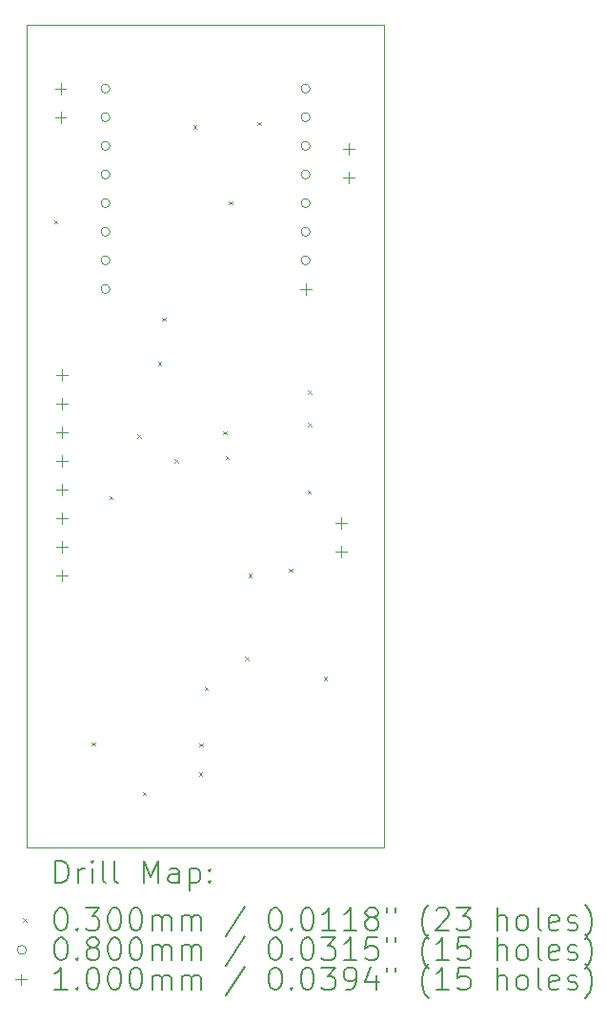
<source format=gbr>
%TF.GenerationSoftware,KiCad,Pcbnew,9.0.4*%
%TF.CreationDate,2025-12-03T04:44:15+11:00*%
%TF.ProjectId,opensenceesp32,6f70656e-7365-46e6-9365-65737033322e,rev?*%
%TF.SameCoordinates,Original*%
%TF.FileFunction,Drillmap*%
%TF.FilePolarity,Positive*%
%FSLAX45Y45*%
G04 Gerber Fmt 4.5, Leading zero omitted, Abs format (unit mm)*
G04 Created by KiCad (PCBNEW 9.0.4) date 2025-12-03 04:44:15*
%MOMM*%
%LPD*%
G01*
G04 APERTURE LIST*
%ADD10C,0.050000*%
%ADD11C,0.200000*%
%ADD12C,0.100000*%
G04 APERTURE END LIST*
D10*
X21463000Y-5842000D02*
X21463000Y-13144500D01*
X24638000Y-13144499D02*
X24638000Y-5842000D01*
X24638000Y-5842000D02*
X21463000Y-5842000D01*
X21463000Y-13144500D02*
X24638000Y-13144500D01*
D11*
D12*
X21707080Y-7579600D02*
X21737080Y-7609600D01*
X21737080Y-7579600D02*
X21707080Y-7609600D01*
X22042360Y-12207480D02*
X22072360Y-12237480D01*
X22072360Y-12207480D02*
X22042360Y-12237480D01*
X22199840Y-10023080D02*
X22229840Y-10053080D01*
X22229840Y-10023080D02*
X22199840Y-10053080D01*
X22448760Y-9479520D02*
X22478760Y-9509520D01*
X22478760Y-9479520D02*
X22448760Y-9509520D01*
X22494480Y-12649440D02*
X22524480Y-12679440D01*
X22524480Y-12649440D02*
X22494480Y-12679440D01*
X22629100Y-8836900D02*
X22659100Y-8866900D01*
X22659100Y-8836900D02*
X22629100Y-8866900D01*
X22667200Y-8443200D02*
X22697200Y-8473200D01*
X22697200Y-8443200D02*
X22667200Y-8473200D01*
X22778960Y-9697960D02*
X22808960Y-9727960D01*
X22808960Y-9697960D02*
X22778960Y-9727960D01*
X22941520Y-6736320D02*
X22971520Y-6766320D01*
X22971520Y-6736320D02*
X22941520Y-6766320D01*
X22992320Y-12476720D02*
X23022320Y-12506720D01*
X23022320Y-12476720D02*
X22992320Y-12506720D01*
X22997400Y-12217640D02*
X23027400Y-12247640D01*
X23027400Y-12217640D02*
X22997400Y-12247640D01*
X23043120Y-11719800D02*
X23073120Y-11749800D01*
X23073120Y-11719800D02*
X23043120Y-11749800D01*
X23210760Y-9449040D02*
X23240760Y-9479040D01*
X23240760Y-9449040D02*
X23210760Y-9479040D01*
X23231080Y-9667480D02*
X23261080Y-9697480D01*
X23261080Y-9667480D02*
X23231080Y-9697480D01*
X23261560Y-7406880D02*
X23291560Y-7436880D01*
X23291560Y-7406880D02*
X23261560Y-7436880D01*
X23403800Y-11453100D02*
X23433800Y-11483100D01*
X23433800Y-11453100D02*
X23403800Y-11483100D01*
X23434280Y-10713960D02*
X23464280Y-10743960D01*
X23464280Y-10713960D02*
X23434280Y-10743960D01*
X23515560Y-6705840D02*
X23545560Y-6735840D01*
X23545560Y-6705840D02*
X23515560Y-6735840D01*
X23794960Y-10668240D02*
X23824960Y-10698240D01*
X23824960Y-10668240D02*
X23794960Y-10698240D01*
X23957520Y-9972280D02*
X23987520Y-10002280D01*
X23987520Y-9972280D02*
X23957520Y-10002280D01*
X23962600Y-9088360D02*
X23992600Y-9118360D01*
X23992600Y-9088360D02*
X23962600Y-9118360D01*
X23962600Y-9377920D02*
X23992600Y-9407920D01*
X23992600Y-9377920D02*
X23962600Y-9407920D01*
X24104840Y-11628360D02*
X24134840Y-11658360D01*
X24134840Y-11628360D02*
X24104840Y-11658360D01*
X22204040Y-6410960D02*
G75*
G02*
X22124040Y-6410960I-40000J0D01*
G01*
X22124040Y-6410960D02*
G75*
G02*
X22204040Y-6410960I40000J0D01*
G01*
X22204040Y-6664960D02*
G75*
G02*
X22124040Y-6664960I-40000J0D01*
G01*
X22124040Y-6664960D02*
G75*
G02*
X22204040Y-6664960I40000J0D01*
G01*
X22204040Y-6918960D02*
G75*
G02*
X22124040Y-6918960I-40000J0D01*
G01*
X22124040Y-6918960D02*
G75*
G02*
X22204040Y-6918960I40000J0D01*
G01*
X22204040Y-7172960D02*
G75*
G02*
X22124040Y-7172960I-40000J0D01*
G01*
X22124040Y-7172960D02*
G75*
G02*
X22204040Y-7172960I40000J0D01*
G01*
X22204040Y-7426960D02*
G75*
G02*
X22124040Y-7426960I-40000J0D01*
G01*
X22124040Y-7426960D02*
G75*
G02*
X22204040Y-7426960I40000J0D01*
G01*
X22204040Y-7680960D02*
G75*
G02*
X22124040Y-7680960I-40000J0D01*
G01*
X22124040Y-7680960D02*
G75*
G02*
X22204040Y-7680960I40000J0D01*
G01*
X22204040Y-7934960D02*
G75*
G02*
X22124040Y-7934960I-40000J0D01*
G01*
X22124040Y-7934960D02*
G75*
G02*
X22204040Y-7934960I40000J0D01*
G01*
X22204040Y-8188960D02*
G75*
G02*
X22124040Y-8188960I-40000J0D01*
G01*
X22124040Y-8188960D02*
G75*
G02*
X22204040Y-8188960I40000J0D01*
G01*
X23982040Y-6410960D02*
G75*
G02*
X23902040Y-6410960I-40000J0D01*
G01*
X23902040Y-6410960D02*
G75*
G02*
X23982040Y-6410960I40000J0D01*
G01*
X23982040Y-6664960D02*
G75*
G02*
X23902040Y-6664960I-40000J0D01*
G01*
X23902040Y-6664960D02*
G75*
G02*
X23982040Y-6664960I40000J0D01*
G01*
X23982040Y-6918960D02*
G75*
G02*
X23902040Y-6918960I-40000J0D01*
G01*
X23902040Y-6918960D02*
G75*
G02*
X23982040Y-6918960I40000J0D01*
G01*
X23982040Y-7172960D02*
G75*
G02*
X23902040Y-7172960I-40000J0D01*
G01*
X23902040Y-7172960D02*
G75*
G02*
X23982040Y-7172960I40000J0D01*
G01*
X23982040Y-7426960D02*
G75*
G02*
X23902040Y-7426960I-40000J0D01*
G01*
X23902040Y-7426960D02*
G75*
G02*
X23982040Y-7426960I40000J0D01*
G01*
X23982040Y-7680960D02*
G75*
G02*
X23902040Y-7680960I-40000J0D01*
G01*
X23902040Y-7680960D02*
G75*
G02*
X23982040Y-7680960I40000J0D01*
G01*
X23982040Y-7934960D02*
G75*
G02*
X23902040Y-7934960I-40000J0D01*
G01*
X23902040Y-7934960D02*
G75*
G02*
X23982040Y-7934960I40000J0D01*
G01*
X21765200Y-6358420D02*
X21765200Y-6458420D01*
X21715200Y-6408420D02*
X21815200Y-6408420D01*
X21765200Y-6612420D02*
X21765200Y-6712420D01*
X21715200Y-6662420D02*
X21815200Y-6662420D01*
X21780500Y-8903500D02*
X21780500Y-9003500D01*
X21730500Y-8953500D02*
X21830500Y-8953500D01*
X21780500Y-9157500D02*
X21780500Y-9257500D01*
X21730500Y-9207500D02*
X21830500Y-9207500D01*
X21780500Y-9411500D02*
X21780500Y-9511500D01*
X21730500Y-9461500D02*
X21830500Y-9461500D01*
X21780500Y-9665500D02*
X21780500Y-9765500D01*
X21730500Y-9715500D02*
X21830500Y-9715500D01*
X21780500Y-9919500D02*
X21780500Y-10019500D01*
X21730500Y-9969500D02*
X21830500Y-9969500D01*
X21780500Y-10173500D02*
X21780500Y-10273500D01*
X21730500Y-10223500D02*
X21830500Y-10223500D01*
X21780500Y-10427500D02*
X21780500Y-10527500D01*
X21730500Y-10477500D02*
X21830500Y-10477500D01*
X21780500Y-10681500D02*
X21780500Y-10781500D01*
X21730500Y-10731500D02*
X21830500Y-10731500D01*
X23942040Y-8138960D02*
X23942040Y-8238960D01*
X23892040Y-8188960D02*
X23992040Y-8188960D01*
X24257000Y-10211600D02*
X24257000Y-10311600D01*
X24207000Y-10261600D02*
X24307000Y-10261600D01*
X24257000Y-10465600D02*
X24257000Y-10565600D01*
X24207000Y-10515600D02*
X24307000Y-10515600D01*
X24325620Y-6897440D02*
X24325620Y-6997440D01*
X24275620Y-6947440D02*
X24375620Y-6947440D01*
X24325620Y-7151440D02*
X24325620Y-7251440D01*
X24275620Y-7201440D02*
X24375620Y-7201440D01*
D11*
X21721277Y-13458484D02*
X21721277Y-13258484D01*
X21721277Y-13258484D02*
X21768896Y-13258484D01*
X21768896Y-13258484D02*
X21797467Y-13268008D01*
X21797467Y-13268008D02*
X21816515Y-13287055D01*
X21816515Y-13287055D02*
X21826039Y-13306103D01*
X21826039Y-13306103D02*
X21835563Y-13344198D01*
X21835563Y-13344198D02*
X21835563Y-13372769D01*
X21835563Y-13372769D02*
X21826039Y-13410865D01*
X21826039Y-13410865D02*
X21816515Y-13429912D01*
X21816515Y-13429912D02*
X21797467Y-13448960D01*
X21797467Y-13448960D02*
X21768896Y-13458484D01*
X21768896Y-13458484D02*
X21721277Y-13458484D01*
X21921277Y-13458484D02*
X21921277Y-13325150D01*
X21921277Y-13363246D02*
X21930801Y-13344198D01*
X21930801Y-13344198D02*
X21940324Y-13334674D01*
X21940324Y-13334674D02*
X21959372Y-13325150D01*
X21959372Y-13325150D02*
X21978420Y-13325150D01*
X22045086Y-13458484D02*
X22045086Y-13325150D01*
X22045086Y-13258484D02*
X22035563Y-13268008D01*
X22035563Y-13268008D02*
X22045086Y-13277531D01*
X22045086Y-13277531D02*
X22054610Y-13268008D01*
X22054610Y-13268008D02*
X22045086Y-13258484D01*
X22045086Y-13258484D02*
X22045086Y-13277531D01*
X22168896Y-13458484D02*
X22149848Y-13448960D01*
X22149848Y-13448960D02*
X22140324Y-13429912D01*
X22140324Y-13429912D02*
X22140324Y-13258484D01*
X22273658Y-13458484D02*
X22254610Y-13448960D01*
X22254610Y-13448960D02*
X22245086Y-13429912D01*
X22245086Y-13429912D02*
X22245086Y-13258484D01*
X22502229Y-13458484D02*
X22502229Y-13258484D01*
X22502229Y-13258484D02*
X22568896Y-13401341D01*
X22568896Y-13401341D02*
X22635562Y-13258484D01*
X22635562Y-13258484D02*
X22635562Y-13458484D01*
X22816515Y-13458484D02*
X22816515Y-13353722D01*
X22816515Y-13353722D02*
X22806991Y-13334674D01*
X22806991Y-13334674D02*
X22787943Y-13325150D01*
X22787943Y-13325150D02*
X22749848Y-13325150D01*
X22749848Y-13325150D02*
X22730801Y-13334674D01*
X22816515Y-13448960D02*
X22797467Y-13458484D01*
X22797467Y-13458484D02*
X22749848Y-13458484D01*
X22749848Y-13458484D02*
X22730801Y-13448960D01*
X22730801Y-13448960D02*
X22721277Y-13429912D01*
X22721277Y-13429912D02*
X22721277Y-13410865D01*
X22721277Y-13410865D02*
X22730801Y-13391817D01*
X22730801Y-13391817D02*
X22749848Y-13382293D01*
X22749848Y-13382293D02*
X22797467Y-13382293D01*
X22797467Y-13382293D02*
X22816515Y-13372769D01*
X22911753Y-13325150D02*
X22911753Y-13525150D01*
X22911753Y-13334674D02*
X22930801Y-13325150D01*
X22930801Y-13325150D02*
X22968896Y-13325150D01*
X22968896Y-13325150D02*
X22987943Y-13334674D01*
X22987943Y-13334674D02*
X22997467Y-13344198D01*
X22997467Y-13344198D02*
X23006991Y-13363246D01*
X23006991Y-13363246D02*
X23006991Y-13420388D01*
X23006991Y-13420388D02*
X22997467Y-13439436D01*
X22997467Y-13439436D02*
X22987943Y-13448960D01*
X22987943Y-13448960D02*
X22968896Y-13458484D01*
X22968896Y-13458484D02*
X22930801Y-13458484D01*
X22930801Y-13458484D02*
X22911753Y-13448960D01*
X23092705Y-13439436D02*
X23102229Y-13448960D01*
X23102229Y-13448960D02*
X23092705Y-13458484D01*
X23092705Y-13458484D02*
X23083182Y-13448960D01*
X23083182Y-13448960D02*
X23092705Y-13439436D01*
X23092705Y-13439436D02*
X23092705Y-13458484D01*
X23092705Y-13334674D02*
X23102229Y-13344198D01*
X23102229Y-13344198D02*
X23092705Y-13353722D01*
X23092705Y-13353722D02*
X23083182Y-13344198D01*
X23083182Y-13344198D02*
X23092705Y-13334674D01*
X23092705Y-13334674D02*
X23092705Y-13353722D01*
D12*
X21430500Y-13772000D02*
X21460500Y-13802000D01*
X21460500Y-13772000D02*
X21430500Y-13802000D01*
D11*
X21759372Y-13678484D02*
X21778420Y-13678484D01*
X21778420Y-13678484D02*
X21797467Y-13688008D01*
X21797467Y-13688008D02*
X21806991Y-13697531D01*
X21806991Y-13697531D02*
X21816515Y-13716579D01*
X21816515Y-13716579D02*
X21826039Y-13754674D01*
X21826039Y-13754674D02*
X21826039Y-13802293D01*
X21826039Y-13802293D02*
X21816515Y-13840388D01*
X21816515Y-13840388D02*
X21806991Y-13859436D01*
X21806991Y-13859436D02*
X21797467Y-13868960D01*
X21797467Y-13868960D02*
X21778420Y-13878484D01*
X21778420Y-13878484D02*
X21759372Y-13878484D01*
X21759372Y-13878484D02*
X21740324Y-13868960D01*
X21740324Y-13868960D02*
X21730801Y-13859436D01*
X21730801Y-13859436D02*
X21721277Y-13840388D01*
X21721277Y-13840388D02*
X21711753Y-13802293D01*
X21711753Y-13802293D02*
X21711753Y-13754674D01*
X21711753Y-13754674D02*
X21721277Y-13716579D01*
X21721277Y-13716579D02*
X21730801Y-13697531D01*
X21730801Y-13697531D02*
X21740324Y-13688008D01*
X21740324Y-13688008D02*
X21759372Y-13678484D01*
X21911753Y-13859436D02*
X21921277Y-13868960D01*
X21921277Y-13868960D02*
X21911753Y-13878484D01*
X21911753Y-13878484D02*
X21902229Y-13868960D01*
X21902229Y-13868960D02*
X21911753Y-13859436D01*
X21911753Y-13859436D02*
X21911753Y-13878484D01*
X21987944Y-13678484D02*
X22111753Y-13678484D01*
X22111753Y-13678484D02*
X22045086Y-13754674D01*
X22045086Y-13754674D02*
X22073658Y-13754674D01*
X22073658Y-13754674D02*
X22092705Y-13764198D01*
X22092705Y-13764198D02*
X22102229Y-13773722D01*
X22102229Y-13773722D02*
X22111753Y-13792769D01*
X22111753Y-13792769D02*
X22111753Y-13840388D01*
X22111753Y-13840388D02*
X22102229Y-13859436D01*
X22102229Y-13859436D02*
X22092705Y-13868960D01*
X22092705Y-13868960D02*
X22073658Y-13878484D01*
X22073658Y-13878484D02*
X22016515Y-13878484D01*
X22016515Y-13878484D02*
X21997467Y-13868960D01*
X21997467Y-13868960D02*
X21987944Y-13859436D01*
X22235563Y-13678484D02*
X22254610Y-13678484D01*
X22254610Y-13678484D02*
X22273658Y-13688008D01*
X22273658Y-13688008D02*
X22283182Y-13697531D01*
X22283182Y-13697531D02*
X22292705Y-13716579D01*
X22292705Y-13716579D02*
X22302229Y-13754674D01*
X22302229Y-13754674D02*
X22302229Y-13802293D01*
X22302229Y-13802293D02*
X22292705Y-13840388D01*
X22292705Y-13840388D02*
X22283182Y-13859436D01*
X22283182Y-13859436D02*
X22273658Y-13868960D01*
X22273658Y-13868960D02*
X22254610Y-13878484D01*
X22254610Y-13878484D02*
X22235563Y-13878484D01*
X22235563Y-13878484D02*
X22216515Y-13868960D01*
X22216515Y-13868960D02*
X22206991Y-13859436D01*
X22206991Y-13859436D02*
X22197467Y-13840388D01*
X22197467Y-13840388D02*
X22187944Y-13802293D01*
X22187944Y-13802293D02*
X22187944Y-13754674D01*
X22187944Y-13754674D02*
X22197467Y-13716579D01*
X22197467Y-13716579D02*
X22206991Y-13697531D01*
X22206991Y-13697531D02*
X22216515Y-13688008D01*
X22216515Y-13688008D02*
X22235563Y-13678484D01*
X22426039Y-13678484D02*
X22445086Y-13678484D01*
X22445086Y-13678484D02*
X22464134Y-13688008D01*
X22464134Y-13688008D02*
X22473658Y-13697531D01*
X22473658Y-13697531D02*
X22483182Y-13716579D01*
X22483182Y-13716579D02*
X22492705Y-13754674D01*
X22492705Y-13754674D02*
X22492705Y-13802293D01*
X22492705Y-13802293D02*
X22483182Y-13840388D01*
X22483182Y-13840388D02*
X22473658Y-13859436D01*
X22473658Y-13859436D02*
X22464134Y-13868960D01*
X22464134Y-13868960D02*
X22445086Y-13878484D01*
X22445086Y-13878484D02*
X22426039Y-13878484D01*
X22426039Y-13878484D02*
X22406991Y-13868960D01*
X22406991Y-13868960D02*
X22397467Y-13859436D01*
X22397467Y-13859436D02*
X22387943Y-13840388D01*
X22387943Y-13840388D02*
X22378420Y-13802293D01*
X22378420Y-13802293D02*
X22378420Y-13754674D01*
X22378420Y-13754674D02*
X22387943Y-13716579D01*
X22387943Y-13716579D02*
X22397467Y-13697531D01*
X22397467Y-13697531D02*
X22406991Y-13688008D01*
X22406991Y-13688008D02*
X22426039Y-13678484D01*
X22578420Y-13878484D02*
X22578420Y-13745150D01*
X22578420Y-13764198D02*
X22587943Y-13754674D01*
X22587943Y-13754674D02*
X22606991Y-13745150D01*
X22606991Y-13745150D02*
X22635563Y-13745150D01*
X22635563Y-13745150D02*
X22654610Y-13754674D01*
X22654610Y-13754674D02*
X22664134Y-13773722D01*
X22664134Y-13773722D02*
X22664134Y-13878484D01*
X22664134Y-13773722D02*
X22673658Y-13754674D01*
X22673658Y-13754674D02*
X22692705Y-13745150D01*
X22692705Y-13745150D02*
X22721277Y-13745150D01*
X22721277Y-13745150D02*
X22740324Y-13754674D01*
X22740324Y-13754674D02*
X22749848Y-13773722D01*
X22749848Y-13773722D02*
X22749848Y-13878484D01*
X22845086Y-13878484D02*
X22845086Y-13745150D01*
X22845086Y-13764198D02*
X22854610Y-13754674D01*
X22854610Y-13754674D02*
X22873658Y-13745150D01*
X22873658Y-13745150D02*
X22902229Y-13745150D01*
X22902229Y-13745150D02*
X22921277Y-13754674D01*
X22921277Y-13754674D02*
X22930801Y-13773722D01*
X22930801Y-13773722D02*
X22930801Y-13878484D01*
X22930801Y-13773722D02*
X22940324Y-13754674D01*
X22940324Y-13754674D02*
X22959372Y-13745150D01*
X22959372Y-13745150D02*
X22987943Y-13745150D01*
X22987943Y-13745150D02*
X23006991Y-13754674D01*
X23006991Y-13754674D02*
X23016515Y-13773722D01*
X23016515Y-13773722D02*
X23016515Y-13878484D01*
X23406991Y-13668960D02*
X23235563Y-13926103D01*
X23664134Y-13678484D02*
X23683182Y-13678484D01*
X23683182Y-13678484D02*
X23702229Y-13688008D01*
X23702229Y-13688008D02*
X23711753Y-13697531D01*
X23711753Y-13697531D02*
X23721277Y-13716579D01*
X23721277Y-13716579D02*
X23730801Y-13754674D01*
X23730801Y-13754674D02*
X23730801Y-13802293D01*
X23730801Y-13802293D02*
X23721277Y-13840388D01*
X23721277Y-13840388D02*
X23711753Y-13859436D01*
X23711753Y-13859436D02*
X23702229Y-13868960D01*
X23702229Y-13868960D02*
X23683182Y-13878484D01*
X23683182Y-13878484D02*
X23664134Y-13878484D01*
X23664134Y-13878484D02*
X23645086Y-13868960D01*
X23645086Y-13868960D02*
X23635563Y-13859436D01*
X23635563Y-13859436D02*
X23626039Y-13840388D01*
X23626039Y-13840388D02*
X23616515Y-13802293D01*
X23616515Y-13802293D02*
X23616515Y-13754674D01*
X23616515Y-13754674D02*
X23626039Y-13716579D01*
X23626039Y-13716579D02*
X23635563Y-13697531D01*
X23635563Y-13697531D02*
X23645086Y-13688008D01*
X23645086Y-13688008D02*
X23664134Y-13678484D01*
X23816515Y-13859436D02*
X23826039Y-13868960D01*
X23826039Y-13868960D02*
X23816515Y-13878484D01*
X23816515Y-13878484D02*
X23806991Y-13868960D01*
X23806991Y-13868960D02*
X23816515Y-13859436D01*
X23816515Y-13859436D02*
X23816515Y-13878484D01*
X23949848Y-13678484D02*
X23968896Y-13678484D01*
X23968896Y-13678484D02*
X23987944Y-13688008D01*
X23987944Y-13688008D02*
X23997467Y-13697531D01*
X23997467Y-13697531D02*
X24006991Y-13716579D01*
X24006991Y-13716579D02*
X24016515Y-13754674D01*
X24016515Y-13754674D02*
X24016515Y-13802293D01*
X24016515Y-13802293D02*
X24006991Y-13840388D01*
X24006991Y-13840388D02*
X23997467Y-13859436D01*
X23997467Y-13859436D02*
X23987944Y-13868960D01*
X23987944Y-13868960D02*
X23968896Y-13878484D01*
X23968896Y-13878484D02*
X23949848Y-13878484D01*
X23949848Y-13878484D02*
X23930801Y-13868960D01*
X23930801Y-13868960D02*
X23921277Y-13859436D01*
X23921277Y-13859436D02*
X23911753Y-13840388D01*
X23911753Y-13840388D02*
X23902229Y-13802293D01*
X23902229Y-13802293D02*
X23902229Y-13754674D01*
X23902229Y-13754674D02*
X23911753Y-13716579D01*
X23911753Y-13716579D02*
X23921277Y-13697531D01*
X23921277Y-13697531D02*
X23930801Y-13688008D01*
X23930801Y-13688008D02*
X23949848Y-13678484D01*
X24206991Y-13878484D02*
X24092706Y-13878484D01*
X24149848Y-13878484D02*
X24149848Y-13678484D01*
X24149848Y-13678484D02*
X24130801Y-13707055D01*
X24130801Y-13707055D02*
X24111753Y-13726103D01*
X24111753Y-13726103D02*
X24092706Y-13735627D01*
X24397467Y-13878484D02*
X24283182Y-13878484D01*
X24340325Y-13878484D02*
X24340325Y-13678484D01*
X24340325Y-13678484D02*
X24321277Y-13707055D01*
X24321277Y-13707055D02*
X24302229Y-13726103D01*
X24302229Y-13726103D02*
X24283182Y-13735627D01*
X24511753Y-13764198D02*
X24492706Y-13754674D01*
X24492706Y-13754674D02*
X24483182Y-13745150D01*
X24483182Y-13745150D02*
X24473658Y-13726103D01*
X24473658Y-13726103D02*
X24473658Y-13716579D01*
X24473658Y-13716579D02*
X24483182Y-13697531D01*
X24483182Y-13697531D02*
X24492706Y-13688008D01*
X24492706Y-13688008D02*
X24511753Y-13678484D01*
X24511753Y-13678484D02*
X24549848Y-13678484D01*
X24549848Y-13678484D02*
X24568896Y-13688008D01*
X24568896Y-13688008D02*
X24578420Y-13697531D01*
X24578420Y-13697531D02*
X24587944Y-13716579D01*
X24587944Y-13716579D02*
X24587944Y-13726103D01*
X24587944Y-13726103D02*
X24578420Y-13745150D01*
X24578420Y-13745150D02*
X24568896Y-13754674D01*
X24568896Y-13754674D02*
X24549848Y-13764198D01*
X24549848Y-13764198D02*
X24511753Y-13764198D01*
X24511753Y-13764198D02*
X24492706Y-13773722D01*
X24492706Y-13773722D02*
X24483182Y-13783246D01*
X24483182Y-13783246D02*
X24473658Y-13802293D01*
X24473658Y-13802293D02*
X24473658Y-13840388D01*
X24473658Y-13840388D02*
X24483182Y-13859436D01*
X24483182Y-13859436D02*
X24492706Y-13868960D01*
X24492706Y-13868960D02*
X24511753Y-13878484D01*
X24511753Y-13878484D02*
X24549848Y-13878484D01*
X24549848Y-13878484D02*
X24568896Y-13868960D01*
X24568896Y-13868960D02*
X24578420Y-13859436D01*
X24578420Y-13859436D02*
X24587944Y-13840388D01*
X24587944Y-13840388D02*
X24587944Y-13802293D01*
X24587944Y-13802293D02*
X24578420Y-13783246D01*
X24578420Y-13783246D02*
X24568896Y-13773722D01*
X24568896Y-13773722D02*
X24549848Y-13764198D01*
X24664134Y-13678484D02*
X24664134Y-13716579D01*
X24740325Y-13678484D02*
X24740325Y-13716579D01*
X25035563Y-13954674D02*
X25026039Y-13945150D01*
X25026039Y-13945150D02*
X25006991Y-13916579D01*
X25006991Y-13916579D02*
X24997468Y-13897531D01*
X24997468Y-13897531D02*
X24987944Y-13868960D01*
X24987944Y-13868960D02*
X24978420Y-13821341D01*
X24978420Y-13821341D02*
X24978420Y-13783246D01*
X24978420Y-13783246D02*
X24987944Y-13735627D01*
X24987944Y-13735627D02*
X24997468Y-13707055D01*
X24997468Y-13707055D02*
X25006991Y-13688008D01*
X25006991Y-13688008D02*
X25026039Y-13659436D01*
X25026039Y-13659436D02*
X25035563Y-13649912D01*
X25102229Y-13697531D02*
X25111753Y-13688008D01*
X25111753Y-13688008D02*
X25130801Y-13678484D01*
X25130801Y-13678484D02*
X25178420Y-13678484D01*
X25178420Y-13678484D02*
X25197468Y-13688008D01*
X25197468Y-13688008D02*
X25206991Y-13697531D01*
X25206991Y-13697531D02*
X25216515Y-13716579D01*
X25216515Y-13716579D02*
X25216515Y-13735627D01*
X25216515Y-13735627D02*
X25206991Y-13764198D01*
X25206991Y-13764198D02*
X25092706Y-13878484D01*
X25092706Y-13878484D02*
X25216515Y-13878484D01*
X25283182Y-13678484D02*
X25406991Y-13678484D01*
X25406991Y-13678484D02*
X25340325Y-13754674D01*
X25340325Y-13754674D02*
X25368896Y-13754674D01*
X25368896Y-13754674D02*
X25387944Y-13764198D01*
X25387944Y-13764198D02*
X25397468Y-13773722D01*
X25397468Y-13773722D02*
X25406991Y-13792769D01*
X25406991Y-13792769D02*
X25406991Y-13840388D01*
X25406991Y-13840388D02*
X25397468Y-13859436D01*
X25397468Y-13859436D02*
X25387944Y-13868960D01*
X25387944Y-13868960D02*
X25368896Y-13878484D01*
X25368896Y-13878484D02*
X25311753Y-13878484D01*
X25311753Y-13878484D02*
X25292706Y-13868960D01*
X25292706Y-13868960D02*
X25283182Y-13859436D01*
X25645087Y-13878484D02*
X25645087Y-13678484D01*
X25730801Y-13878484D02*
X25730801Y-13773722D01*
X25730801Y-13773722D02*
X25721277Y-13754674D01*
X25721277Y-13754674D02*
X25702230Y-13745150D01*
X25702230Y-13745150D02*
X25673658Y-13745150D01*
X25673658Y-13745150D02*
X25654610Y-13754674D01*
X25654610Y-13754674D02*
X25645087Y-13764198D01*
X25854610Y-13878484D02*
X25835563Y-13868960D01*
X25835563Y-13868960D02*
X25826039Y-13859436D01*
X25826039Y-13859436D02*
X25816515Y-13840388D01*
X25816515Y-13840388D02*
X25816515Y-13783246D01*
X25816515Y-13783246D02*
X25826039Y-13764198D01*
X25826039Y-13764198D02*
X25835563Y-13754674D01*
X25835563Y-13754674D02*
X25854610Y-13745150D01*
X25854610Y-13745150D02*
X25883182Y-13745150D01*
X25883182Y-13745150D02*
X25902230Y-13754674D01*
X25902230Y-13754674D02*
X25911753Y-13764198D01*
X25911753Y-13764198D02*
X25921277Y-13783246D01*
X25921277Y-13783246D02*
X25921277Y-13840388D01*
X25921277Y-13840388D02*
X25911753Y-13859436D01*
X25911753Y-13859436D02*
X25902230Y-13868960D01*
X25902230Y-13868960D02*
X25883182Y-13878484D01*
X25883182Y-13878484D02*
X25854610Y-13878484D01*
X26035563Y-13878484D02*
X26016515Y-13868960D01*
X26016515Y-13868960D02*
X26006991Y-13849912D01*
X26006991Y-13849912D02*
X26006991Y-13678484D01*
X26187944Y-13868960D02*
X26168896Y-13878484D01*
X26168896Y-13878484D02*
X26130801Y-13878484D01*
X26130801Y-13878484D02*
X26111753Y-13868960D01*
X26111753Y-13868960D02*
X26102230Y-13849912D01*
X26102230Y-13849912D02*
X26102230Y-13773722D01*
X26102230Y-13773722D02*
X26111753Y-13754674D01*
X26111753Y-13754674D02*
X26130801Y-13745150D01*
X26130801Y-13745150D02*
X26168896Y-13745150D01*
X26168896Y-13745150D02*
X26187944Y-13754674D01*
X26187944Y-13754674D02*
X26197468Y-13773722D01*
X26197468Y-13773722D02*
X26197468Y-13792769D01*
X26197468Y-13792769D02*
X26102230Y-13811817D01*
X26273658Y-13868960D02*
X26292706Y-13878484D01*
X26292706Y-13878484D02*
X26330801Y-13878484D01*
X26330801Y-13878484D02*
X26349849Y-13868960D01*
X26349849Y-13868960D02*
X26359372Y-13849912D01*
X26359372Y-13849912D02*
X26359372Y-13840388D01*
X26359372Y-13840388D02*
X26349849Y-13821341D01*
X26349849Y-13821341D02*
X26330801Y-13811817D01*
X26330801Y-13811817D02*
X26302230Y-13811817D01*
X26302230Y-13811817D02*
X26283182Y-13802293D01*
X26283182Y-13802293D02*
X26273658Y-13783246D01*
X26273658Y-13783246D02*
X26273658Y-13773722D01*
X26273658Y-13773722D02*
X26283182Y-13754674D01*
X26283182Y-13754674D02*
X26302230Y-13745150D01*
X26302230Y-13745150D02*
X26330801Y-13745150D01*
X26330801Y-13745150D02*
X26349849Y-13754674D01*
X26426039Y-13954674D02*
X26435563Y-13945150D01*
X26435563Y-13945150D02*
X26454611Y-13916579D01*
X26454611Y-13916579D02*
X26464134Y-13897531D01*
X26464134Y-13897531D02*
X26473658Y-13868960D01*
X26473658Y-13868960D02*
X26483182Y-13821341D01*
X26483182Y-13821341D02*
X26483182Y-13783246D01*
X26483182Y-13783246D02*
X26473658Y-13735627D01*
X26473658Y-13735627D02*
X26464134Y-13707055D01*
X26464134Y-13707055D02*
X26454611Y-13688008D01*
X26454611Y-13688008D02*
X26435563Y-13659436D01*
X26435563Y-13659436D02*
X26426039Y-13649912D01*
D12*
X21460500Y-14051000D02*
G75*
G02*
X21380500Y-14051000I-40000J0D01*
G01*
X21380500Y-14051000D02*
G75*
G02*
X21460500Y-14051000I40000J0D01*
G01*
D11*
X21759372Y-13942484D02*
X21778420Y-13942484D01*
X21778420Y-13942484D02*
X21797467Y-13952008D01*
X21797467Y-13952008D02*
X21806991Y-13961531D01*
X21806991Y-13961531D02*
X21816515Y-13980579D01*
X21816515Y-13980579D02*
X21826039Y-14018674D01*
X21826039Y-14018674D02*
X21826039Y-14066293D01*
X21826039Y-14066293D02*
X21816515Y-14104388D01*
X21816515Y-14104388D02*
X21806991Y-14123436D01*
X21806991Y-14123436D02*
X21797467Y-14132960D01*
X21797467Y-14132960D02*
X21778420Y-14142484D01*
X21778420Y-14142484D02*
X21759372Y-14142484D01*
X21759372Y-14142484D02*
X21740324Y-14132960D01*
X21740324Y-14132960D02*
X21730801Y-14123436D01*
X21730801Y-14123436D02*
X21721277Y-14104388D01*
X21721277Y-14104388D02*
X21711753Y-14066293D01*
X21711753Y-14066293D02*
X21711753Y-14018674D01*
X21711753Y-14018674D02*
X21721277Y-13980579D01*
X21721277Y-13980579D02*
X21730801Y-13961531D01*
X21730801Y-13961531D02*
X21740324Y-13952008D01*
X21740324Y-13952008D02*
X21759372Y-13942484D01*
X21911753Y-14123436D02*
X21921277Y-14132960D01*
X21921277Y-14132960D02*
X21911753Y-14142484D01*
X21911753Y-14142484D02*
X21902229Y-14132960D01*
X21902229Y-14132960D02*
X21911753Y-14123436D01*
X21911753Y-14123436D02*
X21911753Y-14142484D01*
X22035563Y-14028198D02*
X22016515Y-14018674D01*
X22016515Y-14018674D02*
X22006991Y-14009150D01*
X22006991Y-14009150D02*
X21997467Y-13990103D01*
X21997467Y-13990103D02*
X21997467Y-13980579D01*
X21997467Y-13980579D02*
X22006991Y-13961531D01*
X22006991Y-13961531D02*
X22016515Y-13952008D01*
X22016515Y-13952008D02*
X22035563Y-13942484D01*
X22035563Y-13942484D02*
X22073658Y-13942484D01*
X22073658Y-13942484D02*
X22092705Y-13952008D01*
X22092705Y-13952008D02*
X22102229Y-13961531D01*
X22102229Y-13961531D02*
X22111753Y-13980579D01*
X22111753Y-13980579D02*
X22111753Y-13990103D01*
X22111753Y-13990103D02*
X22102229Y-14009150D01*
X22102229Y-14009150D02*
X22092705Y-14018674D01*
X22092705Y-14018674D02*
X22073658Y-14028198D01*
X22073658Y-14028198D02*
X22035563Y-14028198D01*
X22035563Y-14028198D02*
X22016515Y-14037722D01*
X22016515Y-14037722D02*
X22006991Y-14047246D01*
X22006991Y-14047246D02*
X21997467Y-14066293D01*
X21997467Y-14066293D02*
X21997467Y-14104388D01*
X21997467Y-14104388D02*
X22006991Y-14123436D01*
X22006991Y-14123436D02*
X22016515Y-14132960D01*
X22016515Y-14132960D02*
X22035563Y-14142484D01*
X22035563Y-14142484D02*
X22073658Y-14142484D01*
X22073658Y-14142484D02*
X22092705Y-14132960D01*
X22092705Y-14132960D02*
X22102229Y-14123436D01*
X22102229Y-14123436D02*
X22111753Y-14104388D01*
X22111753Y-14104388D02*
X22111753Y-14066293D01*
X22111753Y-14066293D02*
X22102229Y-14047246D01*
X22102229Y-14047246D02*
X22092705Y-14037722D01*
X22092705Y-14037722D02*
X22073658Y-14028198D01*
X22235563Y-13942484D02*
X22254610Y-13942484D01*
X22254610Y-13942484D02*
X22273658Y-13952008D01*
X22273658Y-13952008D02*
X22283182Y-13961531D01*
X22283182Y-13961531D02*
X22292705Y-13980579D01*
X22292705Y-13980579D02*
X22302229Y-14018674D01*
X22302229Y-14018674D02*
X22302229Y-14066293D01*
X22302229Y-14066293D02*
X22292705Y-14104388D01*
X22292705Y-14104388D02*
X22283182Y-14123436D01*
X22283182Y-14123436D02*
X22273658Y-14132960D01*
X22273658Y-14132960D02*
X22254610Y-14142484D01*
X22254610Y-14142484D02*
X22235563Y-14142484D01*
X22235563Y-14142484D02*
X22216515Y-14132960D01*
X22216515Y-14132960D02*
X22206991Y-14123436D01*
X22206991Y-14123436D02*
X22197467Y-14104388D01*
X22197467Y-14104388D02*
X22187944Y-14066293D01*
X22187944Y-14066293D02*
X22187944Y-14018674D01*
X22187944Y-14018674D02*
X22197467Y-13980579D01*
X22197467Y-13980579D02*
X22206991Y-13961531D01*
X22206991Y-13961531D02*
X22216515Y-13952008D01*
X22216515Y-13952008D02*
X22235563Y-13942484D01*
X22426039Y-13942484D02*
X22445086Y-13942484D01*
X22445086Y-13942484D02*
X22464134Y-13952008D01*
X22464134Y-13952008D02*
X22473658Y-13961531D01*
X22473658Y-13961531D02*
X22483182Y-13980579D01*
X22483182Y-13980579D02*
X22492705Y-14018674D01*
X22492705Y-14018674D02*
X22492705Y-14066293D01*
X22492705Y-14066293D02*
X22483182Y-14104388D01*
X22483182Y-14104388D02*
X22473658Y-14123436D01*
X22473658Y-14123436D02*
X22464134Y-14132960D01*
X22464134Y-14132960D02*
X22445086Y-14142484D01*
X22445086Y-14142484D02*
X22426039Y-14142484D01*
X22426039Y-14142484D02*
X22406991Y-14132960D01*
X22406991Y-14132960D02*
X22397467Y-14123436D01*
X22397467Y-14123436D02*
X22387943Y-14104388D01*
X22387943Y-14104388D02*
X22378420Y-14066293D01*
X22378420Y-14066293D02*
X22378420Y-14018674D01*
X22378420Y-14018674D02*
X22387943Y-13980579D01*
X22387943Y-13980579D02*
X22397467Y-13961531D01*
X22397467Y-13961531D02*
X22406991Y-13952008D01*
X22406991Y-13952008D02*
X22426039Y-13942484D01*
X22578420Y-14142484D02*
X22578420Y-14009150D01*
X22578420Y-14028198D02*
X22587943Y-14018674D01*
X22587943Y-14018674D02*
X22606991Y-14009150D01*
X22606991Y-14009150D02*
X22635563Y-14009150D01*
X22635563Y-14009150D02*
X22654610Y-14018674D01*
X22654610Y-14018674D02*
X22664134Y-14037722D01*
X22664134Y-14037722D02*
X22664134Y-14142484D01*
X22664134Y-14037722D02*
X22673658Y-14018674D01*
X22673658Y-14018674D02*
X22692705Y-14009150D01*
X22692705Y-14009150D02*
X22721277Y-14009150D01*
X22721277Y-14009150D02*
X22740324Y-14018674D01*
X22740324Y-14018674D02*
X22749848Y-14037722D01*
X22749848Y-14037722D02*
X22749848Y-14142484D01*
X22845086Y-14142484D02*
X22845086Y-14009150D01*
X22845086Y-14028198D02*
X22854610Y-14018674D01*
X22854610Y-14018674D02*
X22873658Y-14009150D01*
X22873658Y-14009150D02*
X22902229Y-14009150D01*
X22902229Y-14009150D02*
X22921277Y-14018674D01*
X22921277Y-14018674D02*
X22930801Y-14037722D01*
X22930801Y-14037722D02*
X22930801Y-14142484D01*
X22930801Y-14037722D02*
X22940324Y-14018674D01*
X22940324Y-14018674D02*
X22959372Y-14009150D01*
X22959372Y-14009150D02*
X22987943Y-14009150D01*
X22987943Y-14009150D02*
X23006991Y-14018674D01*
X23006991Y-14018674D02*
X23016515Y-14037722D01*
X23016515Y-14037722D02*
X23016515Y-14142484D01*
X23406991Y-13932960D02*
X23235563Y-14190103D01*
X23664134Y-13942484D02*
X23683182Y-13942484D01*
X23683182Y-13942484D02*
X23702229Y-13952008D01*
X23702229Y-13952008D02*
X23711753Y-13961531D01*
X23711753Y-13961531D02*
X23721277Y-13980579D01*
X23721277Y-13980579D02*
X23730801Y-14018674D01*
X23730801Y-14018674D02*
X23730801Y-14066293D01*
X23730801Y-14066293D02*
X23721277Y-14104388D01*
X23721277Y-14104388D02*
X23711753Y-14123436D01*
X23711753Y-14123436D02*
X23702229Y-14132960D01*
X23702229Y-14132960D02*
X23683182Y-14142484D01*
X23683182Y-14142484D02*
X23664134Y-14142484D01*
X23664134Y-14142484D02*
X23645086Y-14132960D01*
X23645086Y-14132960D02*
X23635563Y-14123436D01*
X23635563Y-14123436D02*
X23626039Y-14104388D01*
X23626039Y-14104388D02*
X23616515Y-14066293D01*
X23616515Y-14066293D02*
X23616515Y-14018674D01*
X23616515Y-14018674D02*
X23626039Y-13980579D01*
X23626039Y-13980579D02*
X23635563Y-13961531D01*
X23635563Y-13961531D02*
X23645086Y-13952008D01*
X23645086Y-13952008D02*
X23664134Y-13942484D01*
X23816515Y-14123436D02*
X23826039Y-14132960D01*
X23826039Y-14132960D02*
X23816515Y-14142484D01*
X23816515Y-14142484D02*
X23806991Y-14132960D01*
X23806991Y-14132960D02*
X23816515Y-14123436D01*
X23816515Y-14123436D02*
X23816515Y-14142484D01*
X23949848Y-13942484D02*
X23968896Y-13942484D01*
X23968896Y-13942484D02*
X23987944Y-13952008D01*
X23987944Y-13952008D02*
X23997467Y-13961531D01*
X23997467Y-13961531D02*
X24006991Y-13980579D01*
X24006991Y-13980579D02*
X24016515Y-14018674D01*
X24016515Y-14018674D02*
X24016515Y-14066293D01*
X24016515Y-14066293D02*
X24006991Y-14104388D01*
X24006991Y-14104388D02*
X23997467Y-14123436D01*
X23997467Y-14123436D02*
X23987944Y-14132960D01*
X23987944Y-14132960D02*
X23968896Y-14142484D01*
X23968896Y-14142484D02*
X23949848Y-14142484D01*
X23949848Y-14142484D02*
X23930801Y-14132960D01*
X23930801Y-14132960D02*
X23921277Y-14123436D01*
X23921277Y-14123436D02*
X23911753Y-14104388D01*
X23911753Y-14104388D02*
X23902229Y-14066293D01*
X23902229Y-14066293D02*
X23902229Y-14018674D01*
X23902229Y-14018674D02*
X23911753Y-13980579D01*
X23911753Y-13980579D02*
X23921277Y-13961531D01*
X23921277Y-13961531D02*
X23930801Y-13952008D01*
X23930801Y-13952008D02*
X23949848Y-13942484D01*
X24083182Y-13942484D02*
X24206991Y-13942484D01*
X24206991Y-13942484D02*
X24140325Y-14018674D01*
X24140325Y-14018674D02*
X24168896Y-14018674D01*
X24168896Y-14018674D02*
X24187944Y-14028198D01*
X24187944Y-14028198D02*
X24197467Y-14037722D01*
X24197467Y-14037722D02*
X24206991Y-14056769D01*
X24206991Y-14056769D02*
X24206991Y-14104388D01*
X24206991Y-14104388D02*
X24197467Y-14123436D01*
X24197467Y-14123436D02*
X24187944Y-14132960D01*
X24187944Y-14132960D02*
X24168896Y-14142484D01*
X24168896Y-14142484D02*
X24111753Y-14142484D01*
X24111753Y-14142484D02*
X24092706Y-14132960D01*
X24092706Y-14132960D02*
X24083182Y-14123436D01*
X24397467Y-14142484D02*
X24283182Y-14142484D01*
X24340325Y-14142484D02*
X24340325Y-13942484D01*
X24340325Y-13942484D02*
X24321277Y-13971055D01*
X24321277Y-13971055D02*
X24302229Y-13990103D01*
X24302229Y-13990103D02*
X24283182Y-13999627D01*
X24578420Y-13942484D02*
X24483182Y-13942484D01*
X24483182Y-13942484D02*
X24473658Y-14037722D01*
X24473658Y-14037722D02*
X24483182Y-14028198D01*
X24483182Y-14028198D02*
X24502229Y-14018674D01*
X24502229Y-14018674D02*
X24549848Y-14018674D01*
X24549848Y-14018674D02*
X24568896Y-14028198D01*
X24568896Y-14028198D02*
X24578420Y-14037722D01*
X24578420Y-14037722D02*
X24587944Y-14056769D01*
X24587944Y-14056769D02*
X24587944Y-14104388D01*
X24587944Y-14104388D02*
X24578420Y-14123436D01*
X24578420Y-14123436D02*
X24568896Y-14132960D01*
X24568896Y-14132960D02*
X24549848Y-14142484D01*
X24549848Y-14142484D02*
X24502229Y-14142484D01*
X24502229Y-14142484D02*
X24483182Y-14132960D01*
X24483182Y-14132960D02*
X24473658Y-14123436D01*
X24664134Y-13942484D02*
X24664134Y-13980579D01*
X24740325Y-13942484D02*
X24740325Y-13980579D01*
X25035563Y-14218674D02*
X25026039Y-14209150D01*
X25026039Y-14209150D02*
X25006991Y-14180579D01*
X25006991Y-14180579D02*
X24997468Y-14161531D01*
X24997468Y-14161531D02*
X24987944Y-14132960D01*
X24987944Y-14132960D02*
X24978420Y-14085341D01*
X24978420Y-14085341D02*
X24978420Y-14047246D01*
X24978420Y-14047246D02*
X24987944Y-13999627D01*
X24987944Y-13999627D02*
X24997468Y-13971055D01*
X24997468Y-13971055D02*
X25006991Y-13952008D01*
X25006991Y-13952008D02*
X25026039Y-13923436D01*
X25026039Y-13923436D02*
X25035563Y-13913912D01*
X25216515Y-14142484D02*
X25102229Y-14142484D01*
X25159372Y-14142484D02*
X25159372Y-13942484D01*
X25159372Y-13942484D02*
X25140325Y-13971055D01*
X25140325Y-13971055D02*
X25121277Y-13990103D01*
X25121277Y-13990103D02*
X25102229Y-13999627D01*
X25397468Y-13942484D02*
X25302229Y-13942484D01*
X25302229Y-13942484D02*
X25292706Y-14037722D01*
X25292706Y-14037722D02*
X25302229Y-14028198D01*
X25302229Y-14028198D02*
X25321277Y-14018674D01*
X25321277Y-14018674D02*
X25368896Y-14018674D01*
X25368896Y-14018674D02*
X25387944Y-14028198D01*
X25387944Y-14028198D02*
X25397468Y-14037722D01*
X25397468Y-14037722D02*
X25406991Y-14056769D01*
X25406991Y-14056769D02*
X25406991Y-14104388D01*
X25406991Y-14104388D02*
X25397468Y-14123436D01*
X25397468Y-14123436D02*
X25387944Y-14132960D01*
X25387944Y-14132960D02*
X25368896Y-14142484D01*
X25368896Y-14142484D02*
X25321277Y-14142484D01*
X25321277Y-14142484D02*
X25302229Y-14132960D01*
X25302229Y-14132960D02*
X25292706Y-14123436D01*
X25645087Y-14142484D02*
X25645087Y-13942484D01*
X25730801Y-14142484D02*
X25730801Y-14037722D01*
X25730801Y-14037722D02*
X25721277Y-14018674D01*
X25721277Y-14018674D02*
X25702230Y-14009150D01*
X25702230Y-14009150D02*
X25673658Y-14009150D01*
X25673658Y-14009150D02*
X25654610Y-14018674D01*
X25654610Y-14018674D02*
X25645087Y-14028198D01*
X25854610Y-14142484D02*
X25835563Y-14132960D01*
X25835563Y-14132960D02*
X25826039Y-14123436D01*
X25826039Y-14123436D02*
X25816515Y-14104388D01*
X25816515Y-14104388D02*
X25816515Y-14047246D01*
X25816515Y-14047246D02*
X25826039Y-14028198D01*
X25826039Y-14028198D02*
X25835563Y-14018674D01*
X25835563Y-14018674D02*
X25854610Y-14009150D01*
X25854610Y-14009150D02*
X25883182Y-14009150D01*
X25883182Y-14009150D02*
X25902230Y-14018674D01*
X25902230Y-14018674D02*
X25911753Y-14028198D01*
X25911753Y-14028198D02*
X25921277Y-14047246D01*
X25921277Y-14047246D02*
X25921277Y-14104388D01*
X25921277Y-14104388D02*
X25911753Y-14123436D01*
X25911753Y-14123436D02*
X25902230Y-14132960D01*
X25902230Y-14132960D02*
X25883182Y-14142484D01*
X25883182Y-14142484D02*
X25854610Y-14142484D01*
X26035563Y-14142484D02*
X26016515Y-14132960D01*
X26016515Y-14132960D02*
X26006991Y-14113912D01*
X26006991Y-14113912D02*
X26006991Y-13942484D01*
X26187944Y-14132960D02*
X26168896Y-14142484D01*
X26168896Y-14142484D02*
X26130801Y-14142484D01*
X26130801Y-14142484D02*
X26111753Y-14132960D01*
X26111753Y-14132960D02*
X26102230Y-14113912D01*
X26102230Y-14113912D02*
X26102230Y-14037722D01*
X26102230Y-14037722D02*
X26111753Y-14018674D01*
X26111753Y-14018674D02*
X26130801Y-14009150D01*
X26130801Y-14009150D02*
X26168896Y-14009150D01*
X26168896Y-14009150D02*
X26187944Y-14018674D01*
X26187944Y-14018674D02*
X26197468Y-14037722D01*
X26197468Y-14037722D02*
X26197468Y-14056769D01*
X26197468Y-14056769D02*
X26102230Y-14075817D01*
X26273658Y-14132960D02*
X26292706Y-14142484D01*
X26292706Y-14142484D02*
X26330801Y-14142484D01*
X26330801Y-14142484D02*
X26349849Y-14132960D01*
X26349849Y-14132960D02*
X26359372Y-14113912D01*
X26359372Y-14113912D02*
X26359372Y-14104388D01*
X26359372Y-14104388D02*
X26349849Y-14085341D01*
X26349849Y-14085341D02*
X26330801Y-14075817D01*
X26330801Y-14075817D02*
X26302230Y-14075817D01*
X26302230Y-14075817D02*
X26283182Y-14066293D01*
X26283182Y-14066293D02*
X26273658Y-14047246D01*
X26273658Y-14047246D02*
X26273658Y-14037722D01*
X26273658Y-14037722D02*
X26283182Y-14018674D01*
X26283182Y-14018674D02*
X26302230Y-14009150D01*
X26302230Y-14009150D02*
X26330801Y-14009150D01*
X26330801Y-14009150D02*
X26349849Y-14018674D01*
X26426039Y-14218674D02*
X26435563Y-14209150D01*
X26435563Y-14209150D02*
X26454611Y-14180579D01*
X26454611Y-14180579D02*
X26464134Y-14161531D01*
X26464134Y-14161531D02*
X26473658Y-14132960D01*
X26473658Y-14132960D02*
X26483182Y-14085341D01*
X26483182Y-14085341D02*
X26483182Y-14047246D01*
X26483182Y-14047246D02*
X26473658Y-13999627D01*
X26473658Y-13999627D02*
X26464134Y-13971055D01*
X26464134Y-13971055D02*
X26454611Y-13952008D01*
X26454611Y-13952008D02*
X26435563Y-13923436D01*
X26435563Y-13923436D02*
X26426039Y-13913912D01*
D12*
X21410500Y-14265000D02*
X21410500Y-14365000D01*
X21360500Y-14315000D02*
X21460500Y-14315000D01*
D11*
X21826039Y-14406484D02*
X21711753Y-14406484D01*
X21768896Y-14406484D02*
X21768896Y-14206484D01*
X21768896Y-14206484D02*
X21749848Y-14235055D01*
X21749848Y-14235055D02*
X21730801Y-14254103D01*
X21730801Y-14254103D02*
X21711753Y-14263627D01*
X21911753Y-14387436D02*
X21921277Y-14396960D01*
X21921277Y-14396960D02*
X21911753Y-14406484D01*
X21911753Y-14406484D02*
X21902229Y-14396960D01*
X21902229Y-14396960D02*
X21911753Y-14387436D01*
X21911753Y-14387436D02*
X21911753Y-14406484D01*
X22045086Y-14206484D02*
X22064134Y-14206484D01*
X22064134Y-14206484D02*
X22083182Y-14216008D01*
X22083182Y-14216008D02*
X22092705Y-14225531D01*
X22092705Y-14225531D02*
X22102229Y-14244579D01*
X22102229Y-14244579D02*
X22111753Y-14282674D01*
X22111753Y-14282674D02*
X22111753Y-14330293D01*
X22111753Y-14330293D02*
X22102229Y-14368388D01*
X22102229Y-14368388D02*
X22092705Y-14387436D01*
X22092705Y-14387436D02*
X22083182Y-14396960D01*
X22083182Y-14396960D02*
X22064134Y-14406484D01*
X22064134Y-14406484D02*
X22045086Y-14406484D01*
X22045086Y-14406484D02*
X22026039Y-14396960D01*
X22026039Y-14396960D02*
X22016515Y-14387436D01*
X22016515Y-14387436D02*
X22006991Y-14368388D01*
X22006991Y-14368388D02*
X21997467Y-14330293D01*
X21997467Y-14330293D02*
X21997467Y-14282674D01*
X21997467Y-14282674D02*
X22006991Y-14244579D01*
X22006991Y-14244579D02*
X22016515Y-14225531D01*
X22016515Y-14225531D02*
X22026039Y-14216008D01*
X22026039Y-14216008D02*
X22045086Y-14206484D01*
X22235563Y-14206484D02*
X22254610Y-14206484D01*
X22254610Y-14206484D02*
X22273658Y-14216008D01*
X22273658Y-14216008D02*
X22283182Y-14225531D01*
X22283182Y-14225531D02*
X22292705Y-14244579D01*
X22292705Y-14244579D02*
X22302229Y-14282674D01*
X22302229Y-14282674D02*
X22302229Y-14330293D01*
X22302229Y-14330293D02*
X22292705Y-14368388D01*
X22292705Y-14368388D02*
X22283182Y-14387436D01*
X22283182Y-14387436D02*
X22273658Y-14396960D01*
X22273658Y-14396960D02*
X22254610Y-14406484D01*
X22254610Y-14406484D02*
X22235563Y-14406484D01*
X22235563Y-14406484D02*
X22216515Y-14396960D01*
X22216515Y-14396960D02*
X22206991Y-14387436D01*
X22206991Y-14387436D02*
X22197467Y-14368388D01*
X22197467Y-14368388D02*
X22187944Y-14330293D01*
X22187944Y-14330293D02*
X22187944Y-14282674D01*
X22187944Y-14282674D02*
X22197467Y-14244579D01*
X22197467Y-14244579D02*
X22206991Y-14225531D01*
X22206991Y-14225531D02*
X22216515Y-14216008D01*
X22216515Y-14216008D02*
X22235563Y-14206484D01*
X22426039Y-14206484D02*
X22445086Y-14206484D01*
X22445086Y-14206484D02*
X22464134Y-14216008D01*
X22464134Y-14216008D02*
X22473658Y-14225531D01*
X22473658Y-14225531D02*
X22483182Y-14244579D01*
X22483182Y-14244579D02*
X22492705Y-14282674D01*
X22492705Y-14282674D02*
X22492705Y-14330293D01*
X22492705Y-14330293D02*
X22483182Y-14368388D01*
X22483182Y-14368388D02*
X22473658Y-14387436D01*
X22473658Y-14387436D02*
X22464134Y-14396960D01*
X22464134Y-14396960D02*
X22445086Y-14406484D01*
X22445086Y-14406484D02*
X22426039Y-14406484D01*
X22426039Y-14406484D02*
X22406991Y-14396960D01*
X22406991Y-14396960D02*
X22397467Y-14387436D01*
X22397467Y-14387436D02*
X22387943Y-14368388D01*
X22387943Y-14368388D02*
X22378420Y-14330293D01*
X22378420Y-14330293D02*
X22378420Y-14282674D01*
X22378420Y-14282674D02*
X22387943Y-14244579D01*
X22387943Y-14244579D02*
X22397467Y-14225531D01*
X22397467Y-14225531D02*
X22406991Y-14216008D01*
X22406991Y-14216008D02*
X22426039Y-14206484D01*
X22578420Y-14406484D02*
X22578420Y-14273150D01*
X22578420Y-14292198D02*
X22587943Y-14282674D01*
X22587943Y-14282674D02*
X22606991Y-14273150D01*
X22606991Y-14273150D02*
X22635563Y-14273150D01*
X22635563Y-14273150D02*
X22654610Y-14282674D01*
X22654610Y-14282674D02*
X22664134Y-14301722D01*
X22664134Y-14301722D02*
X22664134Y-14406484D01*
X22664134Y-14301722D02*
X22673658Y-14282674D01*
X22673658Y-14282674D02*
X22692705Y-14273150D01*
X22692705Y-14273150D02*
X22721277Y-14273150D01*
X22721277Y-14273150D02*
X22740324Y-14282674D01*
X22740324Y-14282674D02*
X22749848Y-14301722D01*
X22749848Y-14301722D02*
X22749848Y-14406484D01*
X22845086Y-14406484D02*
X22845086Y-14273150D01*
X22845086Y-14292198D02*
X22854610Y-14282674D01*
X22854610Y-14282674D02*
X22873658Y-14273150D01*
X22873658Y-14273150D02*
X22902229Y-14273150D01*
X22902229Y-14273150D02*
X22921277Y-14282674D01*
X22921277Y-14282674D02*
X22930801Y-14301722D01*
X22930801Y-14301722D02*
X22930801Y-14406484D01*
X22930801Y-14301722D02*
X22940324Y-14282674D01*
X22940324Y-14282674D02*
X22959372Y-14273150D01*
X22959372Y-14273150D02*
X22987943Y-14273150D01*
X22987943Y-14273150D02*
X23006991Y-14282674D01*
X23006991Y-14282674D02*
X23016515Y-14301722D01*
X23016515Y-14301722D02*
X23016515Y-14406484D01*
X23406991Y-14196960D02*
X23235563Y-14454103D01*
X23664134Y-14206484D02*
X23683182Y-14206484D01*
X23683182Y-14206484D02*
X23702229Y-14216008D01*
X23702229Y-14216008D02*
X23711753Y-14225531D01*
X23711753Y-14225531D02*
X23721277Y-14244579D01*
X23721277Y-14244579D02*
X23730801Y-14282674D01*
X23730801Y-14282674D02*
X23730801Y-14330293D01*
X23730801Y-14330293D02*
X23721277Y-14368388D01*
X23721277Y-14368388D02*
X23711753Y-14387436D01*
X23711753Y-14387436D02*
X23702229Y-14396960D01*
X23702229Y-14396960D02*
X23683182Y-14406484D01*
X23683182Y-14406484D02*
X23664134Y-14406484D01*
X23664134Y-14406484D02*
X23645086Y-14396960D01*
X23645086Y-14396960D02*
X23635563Y-14387436D01*
X23635563Y-14387436D02*
X23626039Y-14368388D01*
X23626039Y-14368388D02*
X23616515Y-14330293D01*
X23616515Y-14330293D02*
X23616515Y-14282674D01*
X23616515Y-14282674D02*
X23626039Y-14244579D01*
X23626039Y-14244579D02*
X23635563Y-14225531D01*
X23635563Y-14225531D02*
X23645086Y-14216008D01*
X23645086Y-14216008D02*
X23664134Y-14206484D01*
X23816515Y-14387436D02*
X23826039Y-14396960D01*
X23826039Y-14396960D02*
X23816515Y-14406484D01*
X23816515Y-14406484D02*
X23806991Y-14396960D01*
X23806991Y-14396960D02*
X23816515Y-14387436D01*
X23816515Y-14387436D02*
X23816515Y-14406484D01*
X23949848Y-14206484D02*
X23968896Y-14206484D01*
X23968896Y-14206484D02*
X23987944Y-14216008D01*
X23987944Y-14216008D02*
X23997467Y-14225531D01*
X23997467Y-14225531D02*
X24006991Y-14244579D01*
X24006991Y-14244579D02*
X24016515Y-14282674D01*
X24016515Y-14282674D02*
X24016515Y-14330293D01*
X24016515Y-14330293D02*
X24006991Y-14368388D01*
X24006991Y-14368388D02*
X23997467Y-14387436D01*
X23997467Y-14387436D02*
X23987944Y-14396960D01*
X23987944Y-14396960D02*
X23968896Y-14406484D01*
X23968896Y-14406484D02*
X23949848Y-14406484D01*
X23949848Y-14406484D02*
X23930801Y-14396960D01*
X23930801Y-14396960D02*
X23921277Y-14387436D01*
X23921277Y-14387436D02*
X23911753Y-14368388D01*
X23911753Y-14368388D02*
X23902229Y-14330293D01*
X23902229Y-14330293D02*
X23902229Y-14282674D01*
X23902229Y-14282674D02*
X23911753Y-14244579D01*
X23911753Y-14244579D02*
X23921277Y-14225531D01*
X23921277Y-14225531D02*
X23930801Y-14216008D01*
X23930801Y-14216008D02*
X23949848Y-14206484D01*
X24083182Y-14206484D02*
X24206991Y-14206484D01*
X24206991Y-14206484D02*
X24140325Y-14282674D01*
X24140325Y-14282674D02*
X24168896Y-14282674D01*
X24168896Y-14282674D02*
X24187944Y-14292198D01*
X24187944Y-14292198D02*
X24197467Y-14301722D01*
X24197467Y-14301722D02*
X24206991Y-14320769D01*
X24206991Y-14320769D02*
X24206991Y-14368388D01*
X24206991Y-14368388D02*
X24197467Y-14387436D01*
X24197467Y-14387436D02*
X24187944Y-14396960D01*
X24187944Y-14396960D02*
X24168896Y-14406484D01*
X24168896Y-14406484D02*
X24111753Y-14406484D01*
X24111753Y-14406484D02*
X24092706Y-14396960D01*
X24092706Y-14396960D02*
X24083182Y-14387436D01*
X24302229Y-14406484D02*
X24340325Y-14406484D01*
X24340325Y-14406484D02*
X24359372Y-14396960D01*
X24359372Y-14396960D02*
X24368896Y-14387436D01*
X24368896Y-14387436D02*
X24387944Y-14358865D01*
X24387944Y-14358865D02*
X24397467Y-14320769D01*
X24397467Y-14320769D02*
X24397467Y-14244579D01*
X24397467Y-14244579D02*
X24387944Y-14225531D01*
X24387944Y-14225531D02*
X24378420Y-14216008D01*
X24378420Y-14216008D02*
X24359372Y-14206484D01*
X24359372Y-14206484D02*
X24321277Y-14206484D01*
X24321277Y-14206484D02*
X24302229Y-14216008D01*
X24302229Y-14216008D02*
X24292706Y-14225531D01*
X24292706Y-14225531D02*
X24283182Y-14244579D01*
X24283182Y-14244579D02*
X24283182Y-14292198D01*
X24283182Y-14292198D02*
X24292706Y-14311246D01*
X24292706Y-14311246D02*
X24302229Y-14320769D01*
X24302229Y-14320769D02*
X24321277Y-14330293D01*
X24321277Y-14330293D02*
X24359372Y-14330293D01*
X24359372Y-14330293D02*
X24378420Y-14320769D01*
X24378420Y-14320769D02*
X24387944Y-14311246D01*
X24387944Y-14311246D02*
X24397467Y-14292198D01*
X24568896Y-14273150D02*
X24568896Y-14406484D01*
X24521277Y-14196960D02*
X24473658Y-14339817D01*
X24473658Y-14339817D02*
X24597467Y-14339817D01*
X24664134Y-14206484D02*
X24664134Y-14244579D01*
X24740325Y-14206484D02*
X24740325Y-14244579D01*
X25035563Y-14482674D02*
X25026039Y-14473150D01*
X25026039Y-14473150D02*
X25006991Y-14444579D01*
X25006991Y-14444579D02*
X24997468Y-14425531D01*
X24997468Y-14425531D02*
X24987944Y-14396960D01*
X24987944Y-14396960D02*
X24978420Y-14349341D01*
X24978420Y-14349341D02*
X24978420Y-14311246D01*
X24978420Y-14311246D02*
X24987944Y-14263627D01*
X24987944Y-14263627D02*
X24997468Y-14235055D01*
X24997468Y-14235055D02*
X25006991Y-14216008D01*
X25006991Y-14216008D02*
X25026039Y-14187436D01*
X25026039Y-14187436D02*
X25035563Y-14177912D01*
X25216515Y-14406484D02*
X25102229Y-14406484D01*
X25159372Y-14406484D02*
X25159372Y-14206484D01*
X25159372Y-14206484D02*
X25140325Y-14235055D01*
X25140325Y-14235055D02*
X25121277Y-14254103D01*
X25121277Y-14254103D02*
X25102229Y-14263627D01*
X25397468Y-14206484D02*
X25302229Y-14206484D01*
X25302229Y-14206484D02*
X25292706Y-14301722D01*
X25292706Y-14301722D02*
X25302229Y-14292198D01*
X25302229Y-14292198D02*
X25321277Y-14282674D01*
X25321277Y-14282674D02*
X25368896Y-14282674D01*
X25368896Y-14282674D02*
X25387944Y-14292198D01*
X25387944Y-14292198D02*
X25397468Y-14301722D01*
X25397468Y-14301722D02*
X25406991Y-14320769D01*
X25406991Y-14320769D02*
X25406991Y-14368388D01*
X25406991Y-14368388D02*
X25397468Y-14387436D01*
X25397468Y-14387436D02*
X25387944Y-14396960D01*
X25387944Y-14396960D02*
X25368896Y-14406484D01*
X25368896Y-14406484D02*
X25321277Y-14406484D01*
X25321277Y-14406484D02*
X25302229Y-14396960D01*
X25302229Y-14396960D02*
X25292706Y-14387436D01*
X25645087Y-14406484D02*
X25645087Y-14206484D01*
X25730801Y-14406484D02*
X25730801Y-14301722D01*
X25730801Y-14301722D02*
X25721277Y-14282674D01*
X25721277Y-14282674D02*
X25702230Y-14273150D01*
X25702230Y-14273150D02*
X25673658Y-14273150D01*
X25673658Y-14273150D02*
X25654610Y-14282674D01*
X25654610Y-14282674D02*
X25645087Y-14292198D01*
X25854610Y-14406484D02*
X25835563Y-14396960D01*
X25835563Y-14396960D02*
X25826039Y-14387436D01*
X25826039Y-14387436D02*
X25816515Y-14368388D01*
X25816515Y-14368388D02*
X25816515Y-14311246D01*
X25816515Y-14311246D02*
X25826039Y-14292198D01*
X25826039Y-14292198D02*
X25835563Y-14282674D01*
X25835563Y-14282674D02*
X25854610Y-14273150D01*
X25854610Y-14273150D02*
X25883182Y-14273150D01*
X25883182Y-14273150D02*
X25902230Y-14282674D01*
X25902230Y-14282674D02*
X25911753Y-14292198D01*
X25911753Y-14292198D02*
X25921277Y-14311246D01*
X25921277Y-14311246D02*
X25921277Y-14368388D01*
X25921277Y-14368388D02*
X25911753Y-14387436D01*
X25911753Y-14387436D02*
X25902230Y-14396960D01*
X25902230Y-14396960D02*
X25883182Y-14406484D01*
X25883182Y-14406484D02*
X25854610Y-14406484D01*
X26035563Y-14406484D02*
X26016515Y-14396960D01*
X26016515Y-14396960D02*
X26006991Y-14377912D01*
X26006991Y-14377912D02*
X26006991Y-14206484D01*
X26187944Y-14396960D02*
X26168896Y-14406484D01*
X26168896Y-14406484D02*
X26130801Y-14406484D01*
X26130801Y-14406484D02*
X26111753Y-14396960D01*
X26111753Y-14396960D02*
X26102230Y-14377912D01*
X26102230Y-14377912D02*
X26102230Y-14301722D01*
X26102230Y-14301722D02*
X26111753Y-14282674D01*
X26111753Y-14282674D02*
X26130801Y-14273150D01*
X26130801Y-14273150D02*
X26168896Y-14273150D01*
X26168896Y-14273150D02*
X26187944Y-14282674D01*
X26187944Y-14282674D02*
X26197468Y-14301722D01*
X26197468Y-14301722D02*
X26197468Y-14320769D01*
X26197468Y-14320769D02*
X26102230Y-14339817D01*
X26273658Y-14396960D02*
X26292706Y-14406484D01*
X26292706Y-14406484D02*
X26330801Y-14406484D01*
X26330801Y-14406484D02*
X26349849Y-14396960D01*
X26349849Y-14396960D02*
X26359372Y-14377912D01*
X26359372Y-14377912D02*
X26359372Y-14368388D01*
X26359372Y-14368388D02*
X26349849Y-14349341D01*
X26349849Y-14349341D02*
X26330801Y-14339817D01*
X26330801Y-14339817D02*
X26302230Y-14339817D01*
X26302230Y-14339817D02*
X26283182Y-14330293D01*
X26283182Y-14330293D02*
X26273658Y-14311246D01*
X26273658Y-14311246D02*
X26273658Y-14301722D01*
X26273658Y-14301722D02*
X26283182Y-14282674D01*
X26283182Y-14282674D02*
X26302230Y-14273150D01*
X26302230Y-14273150D02*
X26330801Y-14273150D01*
X26330801Y-14273150D02*
X26349849Y-14282674D01*
X26426039Y-14482674D02*
X26435563Y-14473150D01*
X26435563Y-14473150D02*
X26454611Y-14444579D01*
X26454611Y-14444579D02*
X26464134Y-14425531D01*
X26464134Y-14425531D02*
X26473658Y-14396960D01*
X26473658Y-14396960D02*
X26483182Y-14349341D01*
X26483182Y-14349341D02*
X26483182Y-14311246D01*
X26483182Y-14311246D02*
X26473658Y-14263627D01*
X26473658Y-14263627D02*
X26464134Y-14235055D01*
X26464134Y-14235055D02*
X26454611Y-14216008D01*
X26454611Y-14216008D02*
X26435563Y-14187436D01*
X26435563Y-14187436D02*
X26426039Y-14177912D01*
M02*

</source>
